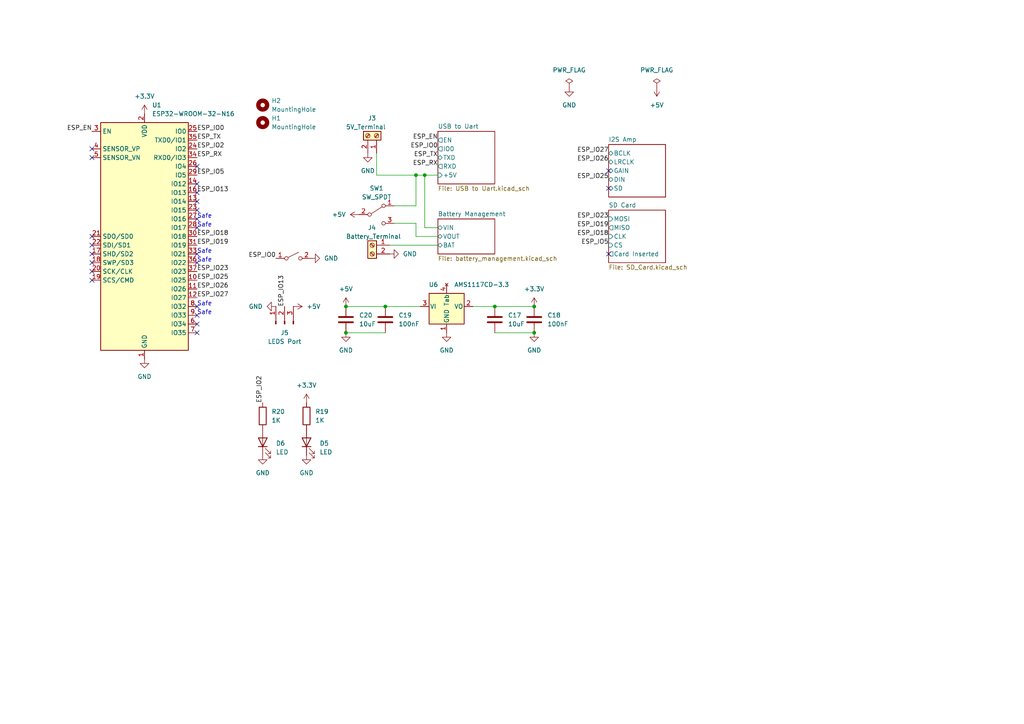
<source format=kicad_sch>
(kicad_sch (version 20230121) (generator eeschema)
  (paper "A4")
  (lib_symbols
    (symbol "Way to silence:AMS1117CD-3.3" (pin_names (offset 0.254))
      (property "Reference" "U" (at -3.81 6.35 0))
      (property "Value" "AMS1117CD-3.3" (at 2.54 6.35 0))
      (symbol "AMS1117CD-3.3_0_1"
        (rectangle (start -5.08 3.81) (end 5.08 -5.08) (stroke (width 0.254)) (fill (type background)))
      )
      (symbol "AMS1117CD-3.3_1_1"
        (pin power_in line (at 0 -7.62 90) (length 2.54) (name "GND") (number "1"))
        (pin power_out line (at 7.62 0 180) (length 2.54) (name "VO") (number "2"))
        (pin power_in line (at -7.62 0 0) (length 2.54) (name "VI") (number "3"))
        (pin no_connect line (at 0 6.35 270) (length 2.54) (name "Tab") (number "4"))
      )
    )
    (symbol "Way to silence:C" (pin_numbers hide) (pin_names (offset 0.254))
      (property "Reference" "C" (at -3.81 1.27 0))
      (property "Value" "C" (at 2.54 1.27 0))
      (symbol "C_0_1"
        (polyline (pts (xy -0.762 -2.032) (xy -0.762 2.032)) (stroke (width 0.508)))
        (polyline (pts (xy 0.762 -2.032) (xy 0.762 2.032)) (stroke (width 0.508)))
      )
      (symbol "C_1_1"
        (pin passive line (at -3.81 0 0) (length 2.794) (name "~") (number "1"))
        (pin passive line (at 3.81 0 180) (length 2.794) (name "~") (number "2"))
      )
    )
    (symbol "Way to silence:Conn_01x03_Pin" (pin_names (offset 1.016) hide)
      (property "Reference" "J" (at 0 5.08 0))
      (property "Value" "Conn_01x03_Pin" (at 0 -5.08 0))
      (symbol "Conn_01x03_Pin_1_1"
        (polyline (pts (xy 1.27 -2.54) (xy 0.8636 -2.54)) (stroke (width 0.1524)))
        (polyline (pts (xy 1.27 0) (xy 0.8636 0)) (stroke (width 0.1524)))
        (polyline (pts (xy 1.27 2.54) (xy 0.8636 2.54)) (stroke (width 0.1524)))
        (rectangle (start 0.8636 -2.413) (end 0 -2.667) (stroke (width 0.1524)) (fill (type outline)))
        (rectangle (start 0.8636 0.127) (end 0 -0.127) (stroke (width 0.1524)) (fill (type outline)))
        (rectangle (start 0.8636 2.667) (end 0 2.413) (stroke (width 0.1524)) (fill (type outline)))
        (pin passive line (at 5.08 2.54 180) (length 3.81) (name "Pin_1") (number "1"))
        (pin passive line (at 5.08 0 180) (length 3.81) (name "Pin_2") (number "2"))
        (pin passive line (at 5.08 -2.54 180) (length 3.81) (name "Pin_3") (number "3"))
      )
    )
    (symbol "Way to silence:ESP32-WROOM-32-N16"
      (property "Reference" "U" (at 0 0 0))
      (property "Value" "ESP32-WROOM-32-N16" (at 0 55.88 0))
      (symbol "ESP32-WROOM-32-N16_0_1"
        (rectangle (start -12.7 33.02) (end 12.7 -33.02) (stroke (width 0.254)) (fill (type background)))
      )
      (symbol "ESP32-WROOM-32-N16_1_1"
        (pin power_in line (at 0 -35.56 90) (length 2.54) (name "GND") (number "1"))
        (pin bidirectional line (at 15.24 -12.7 180) (length 2.54) (name "IO25") (number "10"))
        (pin bidirectional line (at 15.24 -15.24 180) (length 2.54) (name "IO26") (number "11"))
        (pin bidirectional line (at 15.24 -17.78 180) (length 2.54) (name "IO27") (number "12"))
        (pin bidirectional line (at 15.24 10.16 180) (length 2.54) (name "IO14") (number "13"))
        (pin bidirectional line (at 15.24 15.24 180) (length 2.54) (name "IO12") (number "14"))
        (pin passive line (at 0 -35.56 90) (length 2.54) hide (name "GND") (number "15"))
        (pin bidirectional line (at 15.24 12.7 180) (length 2.54) (name "IO13") (number "16"))
        (pin bidirectional line (at -15.24 -5.08 0) (length 2.54) (name "SHD/SD2") (number "17"))
        (pin bidirectional line (at -15.24 -7.62 0) (length 2.54) (name "SWP/SD3") (number "18"))
        (pin bidirectional line (at -15.24 -12.7 0) (length 2.54) (name "SCS/CMD") (number "19"))
        (pin power_in line (at 0 35.56 270) (length 2.54) (name "VDD") (number "2"))
        (pin bidirectional line (at -15.24 -10.16 0) (length 2.54) (name "SCK/CLK") (number "20"))
        (pin bidirectional line (at -15.24 0 0) (length 2.54) (name "SDO/SD0") (number "21"))
        (pin bidirectional line (at -15.24 -2.54 0) (length 2.54) (name "SDI/SD1") (number "22"))
        (pin bidirectional line (at 15.24 7.62 180) (length 2.54) (name "IO15") (number "23"))
        (pin bidirectional line (at 15.24 25.4 180) (length 2.54) (name "IO2") (number "24"))
        (pin bidirectional line (at 15.24 30.48 180) (length 2.54) (name "IO0") (number "25"))
        (pin bidirectional line (at 15.24 20.32 180) (length 2.54) (name "IO4") (number "26"))
        (pin bidirectional line (at 15.24 5.08 180) (length 2.54) (name "IO16") (number "27"))
        (pin bidirectional line (at 15.24 2.54 180) (length 2.54) (name "IO17") (number "28"))
        (pin bidirectional line (at 15.24 17.78 180) (length 2.54) (name "IO5") (number "29"))
        (pin input line (at -15.24 30.48 0) (length 2.54) (name "EN") (number "3"))
        (pin bidirectional line (at 15.24 0 180) (length 2.54) (name "IO18") (number "30"))
        (pin bidirectional line (at 15.24 -2.54 180) (length 2.54) (name "IO19") (number "31"))
        (pin no_connect line (at -12.7 -27.94 0) (length 2.54) hide (name "NC") (number "32"))
        (pin bidirectional line (at 15.24 -5.08 180) (length 2.54) (name "IO21") (number "33"))
        (pin bidirectional line (at 15.24 22.86 180) (length 2.54) (name "RXD0/IO3") (number "34"))
        (pin bidirectional line (at 15.24 27.94 180) (length 2.54) (name "TXD0/IO1") (number "35"))
        (pin bidirectional line (at 15.24 -7.62 180) (length 2.54) (name "IO22") (number "36"))
        (pin bidirectional line (at 15.24 -10.16 180) (length 2.54) (name "IO23") (number "37"))
        (pin passive line (at 0 -35.56 90) (length 2.54) hide (name "GND") (number "38"))
        (pin passive line (at 0 -35.56 90) (length 2.54) hide (name "GND") (number "39"))
        (pin input line (at -15.24 25.4 0) (length 2.54) (name "SENSOR_VP") (number "4"))
        (pin input line (at -15.24 22.86 0) (length 2.54) (name "SENSOR_VN") (number "5"))
        (pin input line (at 15.24 -25.4 180) (length 2.54) (name "IO34") (number "6"))
        (pin input line (at 15.24 -27.94 180) (length 2.54) (name "IO35") (number "7"))
        (pin bidirectional line (at 15.24 -20.32 180) (length 2.54) (name "IO32") (number "8"))
        (pin bidirectional line (at 15.24 -22.86 180) (length 2.54) (name "IO33") (number "9"))
      )
    )
    (symbol "Way to silence:LED" (pin_numbers hide) (pin_names (offset 1.016) hide)
      (property "Reference" "D" (at 0 2.54 0))
      (property "Value" "LED" (at 0 -2.54 0))
      (symbol "LED_0_1"
        (polyline (pts (xy -1.27 -1.27) (xy -1.27 1.27)) (stroke (width 0.254)))
        (polyline (pts (xy -1.27 0) (xy 1.27 0)))
        (polyline (pts (xy 1.27 -1.27) (xy 1.27 1.27) (xy -1.27 0) (xy 1.27 -1.27)) (stroke (width 0.254)))
        (polyline (pts (xy -3.048 -0.762) (xy -4.572 -2.286) (xy -3.81 -2.286) (xy -4.572 -2.286) (xy -4.572 -1.524)))
        (polyline (pts (xy -1.778 -0.762) (xy -3.302 -2.286) (xy -2.54 -2.286) (xy -3.302 -2.286) (xy -3.302 -1.524)))
      )
      (symbol "LED_1_1"
        (pin passive line (at -3.81 0 0) (length 2.54) (name "K") (number "1"))
        (pin passive line (at 3.81 0 180) (length 2.54) (name "A") (number "2"))
      )
    )
    (symbol "Way to silence:MountingHole" (pin_names (offset 1.016))
      (property "Reference" "H" (at 0 5.08 0))
      (property "Value" "MountingHole" (at 0 3.175 0))
      (symbol "MountingHole_0_1"
        (circle (center 0 0) (radius 1.27) (stroke (width 1.27)))
      )
    )
    (symbol "Way to silence:R" (pin_numbers hide) (pin_names (offset 0))
      (property "Reference" "R" (at 0 2.032 0))
      (property "Value" "R" (at 0 0 0))
      (symbol "R_0_1"
        (rectangle (start 2.54 -1.016) (end -2.54 1.016) (stroke (width 0.254)))
      )
      (symbol "R_1_1"
        (pin passive line (at -3.81 0 0) (length 1.27) (name "~") (number "1"))
        (pin passive line (at 3.81 0 180) (length 1.27) (name "~") (number "2"))
      )
    )
    (symbol "Way to silence:SW_SPDT" (pin_names (offset 0) hide)
      (property "Reference" "SW" (at 0 4.318 0))
      (property "Value" "SW_SPDT" (at 0 -5.08 0))
      (symbol "SW_SPDT_0_0"
        (circle (center -2.032 0) (radius 0.508))
        (circle (center 2.032 -2.54) (radius 0.508))
      )
      (symbol "SW_SPDT_0_1"
        (polyline (pts (xy -1.524 0.254) (xy 1.651 2.286)))
        (circle (center 2.032 2.54) (radius 0.508))
      )
      (symbol "SW_SPDT_1_1"
        (pin passive line (at 5.08 2.54 180) (length 2.54) (name "A") (number "1"))
        (pin passive line (at -5.08 0 0) (length 2.54) (name "B") (number "2"))
        (pin passive line (at 5.08 -2.54 180) (length 2.54) (name "C") (number "3"))
      )
    )
    (symbol "Way to silence:SW_SPST" (pin_names (offset 0) hide)
      (property "Reference" "SW" (at 0 3.175 0))
      (property "Value" "SW_SPST" (at 0 -2.54 0))
      (symbol "SW_SPST_0_0"
        (circle (center -2.032 0) (radius 0.508))
        (polyline (pts (xy -1.524 0.254) (xy 1.524 1.778)))
        (circle (center 2.032 0) (radius 0.508))
      )
      (symbol "SW_SPST_1_1"
        (pin passive line (at -5.08 0 0) (length 2.54) (name "A") (number "1"))
        (pin passive line (at 5.08 0 180) (length 2.54) (name "B") (number "2"))
      )
    )
    (symbol "Way to silence:Screw_Terminal_01x02" (pin_names (offset 1.016) hide)
      (property "Reference" "J" (at 0 2.54 0))
      (property "Value" "Screw_Terminal_01x02" (at 0 -5.08 0))
      (symbol "Screw_Terminal_01x02_1_1"
        (rectangle (start -1.27 1.27) (end 1.27 -3.81) (stroke (width 0.254)) (fill (type background)))
        (circle (center 0 -2.54) (radius 0.635) (stroke (width 0.1524)))
        (polyline (pts (xy -0.5334 -2.2098) (xy 0.3302 -3.048)) (stroke (width 0.1524)))
        (polyline (pts (xy -0.5334 0.3302) (xy 0.3302 -0.508)) (stroke (width 0.1524)))
        (polyline (pts (xy -0.3556 -2.032) (xy 0.508 -2.8702)) (stroke (width 0.1524)))
        (polyline (pts (xy -0.3556 0.508) (xy 0.508 -0.3302)) (stroke (width 0.1524)))
        (circle (center 0 0) (radius 0.635) (stroke (width 0.1524)))
        (pin passive line (at -5.08 -2.54 0) (length 3.81) (name "Pin_1") (number "1"))
        (pin passive line (at -5.08 0 0) (length 3.81) (name "Pin_2") (number "2"))
      )
    )
    (symbol "power:+3.3V" (power) (pin_names (offset 0))
      (property "Value" "+3.3V" (at 0 3.556 0))
      (symbol "+3.3V_0_1"
        (polyline (pts (xy -0.762 1.27) (xy 0 2.54)))
        (polyline (pts (xy 0 0) (xy 0 2.54)))
        (polyline (pts (xy 0 2.54) (xy 0.762 1.27)))
      )
      (symbol "+3.3V_1_1"
        (pin power_in line (at 0 0 90) (length 0) hide (name "+3.3V") (number "1"))
      )
    )
    (symbol "power:+5V" (power) (pin_names (offset 0))
      (property "Value" "+5V" (at 0 3.556 0))
      (symbol "+5V_0_1"
        (polyline (pts (xy -0.762 1.27) (xy 0 2.54)))
        (polyline (pts (xy 0 0) (xy 0 2.54)))
        (polyline (pts (xy 0 2.54) (xy 0.762 1.27)))
      )
      (symbol "+5V_1_1"
        (pin power_in line (at 0 0 90) (length 0) hide (name "+5V") (number "1"))
      )
    )
    (symbol "power:GND" (power) (pin_names (offset 0))
      (property "Value" "GND" (at 0 -3.81 0))
      (symbol "GND_0_1"
        (polyline (pts (xy 0 0) (xy 0 -1.27) (xy 1.27 -1.27) (xy 0 -2.54) (xy -1.27 -1.27) (xy 0 -1.27)))
      )
      (symbol "GND_1_1"
        (pin power_in line (at 0 0 270) (length 0) hide (name "GND") (number "1"))
      )
    )
    (symbol "power:PWR_FLAG" (power) (pin_numbers hide) (pin_names (offset 0) hide)
      (property "Value" "PWR_FLAG" (at 0 3.81 0))
      (symbol "PWR_FLAG_0_0"
        (pin power_out line (at 0 0 90) (length 0) (name "pwr") (number "1"))
      )
      (symbol "PWR_FLAG_0_1"
        (polyline (pts (xy 0 0) (xy 0 1.27) (xy -1.016 1.905) (xy 0 2.54) (xy 1.016 1.905) (xy 0 1.27)))
      )
    )
  )
  (junction (at 120.65 50.8))
  (junction (at 143.51 88.9))
  (junction (at 100.33 88.9))
  (junction (at 123.19 50.8))
  (junction (at 111.76 88.9))
  (junction (at 154.94 88.9))
  (junction (at 154.94 96.52))
  (junction (at 100.33 96.52))
  (no_connect (at 26.67 76.2))
  (no_connect (at 57.15 93.98))
  (no_connect (at 26.67 45.72))
  (no_connect (at 176.53 49.53))
  (no_connect (at 57.15 58.42))
  (no_connect (at 26.67 68.58))
  (no_connect (at 57.15 73.66))
  (no_connect (at 176.53 54.61))
  (no_connect (at 57.15 91.44))
  (no_connect (at 176.53 73.66))
  (no_connect (at 26.67 71.12))
  (no_connect (at 57.15 60.96))
  (no_connect (at 57.15 48.26))
  (no_connect (at 26.67 81.28))
  (no_connect (at 57.15 88.9))
  (no_connect (at 57.15 66.04))
  (no_connect (at 26.67 43.18))
  (no_connect (at 57.15 96.52))
  (no_connect (at 57.15 63.5))
  (no_connect (at 57.15 53.34))
  (no_connect (at 26.67 73.66))
  (no_connect (at 57.15 76.2))
  (no_connect (at 26.67 78.74))
  (no_connect (at 57.15 55.88))
  (wire (pts (xy 109.22 50.8) (xy 109.22 44.45)))
  (wire (pts (xy 127 68.58) (xy 120.65 68.58)))
  (wire (pts (xy 114.3 59.69) (xy 120.65 59.69)))
  (wire (pts (xy 123.19 66.04) (xy 127 66.04)))
  (wire (pts (xy 120.65 68.58) (xy 120.65 64.77)))
  (wire (pts (xy 143.51 96.52) (xy 154.94 96.52)))
  (wire (pts (xy 137.16 88.9) (xy 143.51 88.9)))
  (wire (pts (xy 120.65 50.8) (xy 123.19 50.8)))
  (wire (pts (xy 120.65 59.69) (xy 120.65 50.8)))
  (wire (pts (xy 143.51 88.9) (xy 154.94 88.9)))
  (wire (pts (xy 127 50.8) (xy 123.19 50.8)))
  (wire (pts (xy 100.33 96.52) (xy 111.76 96.52)))
  (wire (pts (xy 100.33 88.9) (xy 111.76 88.9)))
  (wire (pts (xy 113.03 71.12) (xy 127 71.12)))
  (wire (pts (xy 111.76 88.9) (xy 121.92 88.9)))
  (wire (pts (xy 123.19 50.8) (xy 123.19 66.04)))
  (wire (pts (xy 120.65 50.8) (xy 109.22 50.8)))
  (wire (pts (xy 120.65 64.77) (xy 114.3 64.77)))
  (text "Safe" (at 57.15 66.04 0) (effects (font (size 1.27 1.27)) (justify left bottom)))
  (text "Safe" (at 57.15 63.5 0) (effects (font (size 1.27 1.27)) (justify left bottom)))
  (text "Safe" (at 57.15 91.44 0) (effects (font (size 1.27 1.27)) (justify left bottom)))
  (text "Safe" (at 57.15 76.2 0) (effects (font (size 1.27 1.27)) (justify left bottom)))
  (text "Safe" (at 57.15 88.9 0) (effects (font (size 1.27 1.27)) (justify left bottom)))
  (text "Safe" (at 57.15 73.66 0) (effects (font (size 1.27 1.27)) (justify left bottom)))
  (label "ESP_EN" (at 26.67 38.1 180))
  (label "ESP_TX" (at 57.15 40.64 0))
  (label "ESP_RX" (at 127 48.26 180))
  (label "ESP_IO19" (at 57.15 71.12 0))
  (label "ESP_TX" (at 127 45.72 180))
  (label "ESP_IO25" (at 176.53 52.07 180))
  (label "ESP_IO13" (at 57.15 55.88 0))
  (label "ESP_IO0" (at 80.01 74.93 180))
  (label "ESP_IO23" (at 57.15 78.74 0))
  (label "ESP_IO18" (at 57.15 68.58 0))
  (label "ESP_IO26" (at 57.15 83.82 0))
  (label "ESP_EN" (at 127 40.64 180))
  (label "ESP_IO23" (at 176.53 63.5 180))
  (label "ESP_IO2" (at 76.2 116.84 90))
  (label "ESP_IO26" (at 176.53 46.99 180))
  (label "ESP_IO13" (at 82.55 88.9 90))
  (label "ESP_IO5" (at 176.53 71.12 180))
  (label "ESP_IO2" (at 57.15 43.18 0))
  (label "ESP_IO19" (at 176.53 66.04 180))
  (label "ESP_IO5" (at 57.15 50.8 0))
  (label "ESP_IO18" (at 176.53 68.58 180))
  (label "ESP_RX" (at 57.15 45.72 0))
  (label "ESP_IO27" (at 176.53 44.45 180))
  (label "ESP_IO27" (at 57.15 86.36 0))
  (label "ESP_IO25" (at 57.15 81.28 0))
  (label "ESP_IO0" (at 127 43.18 180))
  (label "ESP_IO0" (at 57.15 38.1 0))
  (symbol (lib_id "power:GND") (at 113.03 73.66 90) (unit 1)
    (property "Reference" "#PWR012" (effects hide))
    (property "Value" "GND" (at 116.84 73.66 90) (effects (justify right)))
  )
  (symbol (lib_id "power:+3.3V") (at 154.94 88.9 0) (unit 1)
    (property "Reference" "#PWR044" (effects hide))
    (property "Value" "+3.3V" (at 154.94 83.82 0))
  )
  (symbol (lib_id "Way to silence:ESP32-WROOM-32-N16") (at 41.91 68.58 0) (unit 1)
    (property "Reference" "U1" (at 44.1041 30.48 0) (effects (justify left)))
    (property "Value" "ESP32-WROOM-32-N16" (at 44.1041 33.02 0) (effects (justify left)))
    (property "Footprint" "Way to silence:ESP32-WROOM-32" (effects hide))
    (property "Datasheet" "https://datasheet.lcsc.com/lcsc/2304140030_Espressif-Systems-ESP32-WROOM-32-N16_C529581.pdf" (effects hide))
    (property "LCSC" "C529581" (effects hide))
  )
  (symbol (lib_id "power:GND") (at 80.01 88.9 270) (unit 1)
    (property "Reference" "#PWR050" (effects hide))
    (property "Value" "GND" (at 76.2 88.9 90) (effects (justify right)))
  )
  (symbol (lib_id "Way to silence:MountingHole") (at 76.2 30.48 0) (unit 1)
    (property "Reference" "H2" (at 78.74 29.21 0) (effects (justify left)))
    (property "Value" "MountingHole" (at 78.74 31.75 0) (effects (justify left)))
    (property "Footprint" "Way to silence:MountingHole_3.2mm_M3" (effects hide))
  )
  (symbol (lib_id "Way to silence:MountingHole") (at 76.2 35.56 0) (unit 1)
    (property "Reference" "H1" (at 78.74 34.29 0) (effects (justify left)))
    (property "Value" "MountingHole" (at 78.74 36.83 0) (effects (justify left)))
    (property "Footprint" "Way to silence:MountingHole_3.2mm_M3" (effects hide))
  )
  (symbol (lib_id "power:PWR_FLAG") (at 165.1 25.4 0) (unit 1)
    (property "Reference" "#FLG01" (effects hide))
    (property "Value" "PWR_FLAG" (at 165.1 20.32 0))
  )
  (symbol (lib_id "power:GND") (at 106.68 44.45 0) (unit 1)
    (property "Reference" "#PWR011" (effects hide))
    (property "Value" "GND" (at 106.68 49.53 0))
  )
  (symbol (lib_id "power:GND") (at 88.9 132.08 0) (unit 1)
    (property "Reference" "#PWR045" (effects hide))
    (property "Value" "GND" (at 88.9 137.16 0))
  )
  (symbol (lib_id "power:+5V") (at 104.14 62.23 90) (unit 1)
    (property "Reference" "#PWR06" (effects hide))
    (property "Value" "+5V" (at 100.33 62.23 90) (effects (justify left)))
  )
  (symbol (lib_id "power:PWR_FLAG") (at 190.5 25.4 0) (unit 1)
    (property "Reference" "#FLG03" (effects hide))
    (property "Value" "PWR_FLAG" (at 190.5 20.32 0))
  )
  (symbol (lib_id "power:+5V") (at 100.33 88.9 0) (unit 1)
    (property "Reference" "#PWR043" (effects hide))
    (property "Value" "+5V" (at 100.33 83.82 0))
  )
  (symbol (lib_id "power:+3.3V") (at 41.91 33.02 0) (unit 1)
    (property "Reference" "#PWR048" (effects hide))
    (property "Value" "+3.3V" (at 41.91 27.94 0))
  )
  (symbol (lib_id "Way to silence:R") (at 76.2 120.65 90) (unit 1)
    (property "Reference" "R20" (at 78.74 119.38 90) (effects (justify right)))
    (property "Value" "1K" (at 78.74 121.92 90) (effects (justify right)))
    (property "Footprint" "Way to silence:R_0603_1608Metric" (effects hide))
    (property "LCSC" "C21190" (effects hide))
  )
  (symbol (lib_id "power:+5V") (at 190.5 25.4 180) (unit 1)
    (property "Reference" "#PWR04" (effects hide))
    (property "Value" "+5V" (at 190.5 30.48 0))
  )
  (symbol (lib_id "power:+5V") (at 85.09 88.9 270) (unit 1)
    (property "Reference" "#PWR051" (effects hide))
    (property "Value" "+5V" (at 88.9 88.9 90) (effects (justify left)))
  )
  (symbol (lib_id "Way to silence:Conn_01x03_Pin") (at 82.55 93.98 90) (unit 1)
    (property "Reference" "J5" (at 82.55 96.52 90))
    (property "Value" "LEDS Port" (at 82.55 99.06 90))
    (property "Footprint" "Way to silence:PinHeader_1x03_P2.54mm_Vertical" (effects hide))
  )
  (symbol (lib_id "Way to silence:AMS1117CD-3.3") (at 129.54 88.9 0) (unit 1)
    (property "Reference" "U6" (at 125.73 82.55 0))
    (property "Value" "AMS1117CD-3.3" (at 139.7 82.55 0))
    (property "Footprint" "Way to silence:AMS1117CD-3.3" (effects hide))
    (property "Datasheet" "http://www.advanced-monolithic.com/pdf/ds1117.pdf" (effects hide))
    (property "LCSC" "C347222" (effects hide))
  )
  (symbol (lib_id "power:GND") (at 165.1 25.4 0) (unit 1)
    (property "Reference" "#PWR09" (effects hide))
    (property "Value" "GND" (at 165.1 30.48 0))
  )
  (symbol (lib_id "Way to silence:SW_SPDT") (at 109.22 62.23 0) (unit 1)
    (property "Reference" "SW1" (at 109.22 54.61 0))
    (property "Value" "SW_SPDT" (at 109.22 57.15 0))
    (property "Footprint" "Way to silence:SW_SPDT" (effects hide))
    (property "LCSC" "C319013" (effects hide))
  )
  (symbol (lib_id "power:GND") (at 41.91 104.14 0) (unit 1)
    (property "Reference" "#PWR047" (effects hide))
    (property "Value" "GND" (at 41.91 109.22 0))
  )
  (symbol (lib_id "Way to silence:C") (at 143.51 92.71 90) (unit 1)
    (property "Reference" "C17" (at 147.32 91.44 90) (effects (justify right)))
    (property "Value" "10uF" (at 147.32 93.98 90) (effects (justify right)))
    (property "Footprint" "Way to silence:C_0603_1608Metric" (effects hide))
    (property "LCSC" "C77041" (effects hide))
  )
  (symbol (lib_id "power:GND") (at 90.17 74.93 90) (unit 1)
    (property "Reference" "#PWR049" (effects hide))
    (property "Value" "GND" (at 93.98 74.93 90) (effects (justify right)))
  )
  (symbol (lib_id "Way to silence:LED") (at 76.2 128.27 90) (unit 1)
    (property "Reference" "D6" (at 80.01 128.5875 90) (effects (justify right)))
    (property "Value" "LED" (at 80.01 131.1275 90) (effects (justify right)))
    (property "Footprint" "Way to silence:LED_0603" (effects hide))
    (property "LCSC" "C84263" (effects hide))
  )
  (symbol (lib_id "Way to silence:LED") (at 88.9 128.27 90) (unit 1)
    (property "Reference" "D5" (at 92.71 128.5875 90) (effects (justify right)))
    (property "Value" "LED" (at 92.71 131.1275 90) (effects (justify right)))
    (property "Footprint" "Way to silence:LED_0603" (effects hide))
    (property "LCSC" "C84263" (effects hide))
  )
  (symbol (lib_id "Way to silence:C") (at 154.94 92.71 90) (unit 1)
    (property "Reference" "C18" (at 158.75 91.44 90) (effects (justify right)))
    (property "Value" "100nF" (at 158.75 93.98 90) (effects (justify right)))
    (property "Footprint" "Way to silence:C_0603_1608Metric" (effects hide))
    (property "LCSC" "C14663" (effects hide))
  )
  (symbol (lib_id "Way to silence:R") (at 88.9 120.65 90) (unit 1)
    (property "Reference" "R19" (at 91.44 119.38 90) (effects (justify right)))
    (property "Value" "1K" (at 91.44 121.92 90) (effects (justify right)))
    (property "Footprint" "Way to silence:R_0603_1608Metric" (effects hide))
    (property "LCSC" "C21190" (effects hide))
  )
  (symbol (lib_id "Way to silence:SW_SPST") (at 85.09 74.93 0) (unit 1)
    (property "Reference" "SW3" (effects hide))
    (property "Value" "SW_SPST" (effects hide))
    (property "Footprint" "Way to silence:SW_SPST" (effects hide))
    (property "LCSC" "C455280" (effects hide))
  )
  (symbol (lib_id "power:GND") (at 100.33 96.52 0) (unit 1)
    (property "Reference" "#PWR042" (effects hide))
    (property "Value" "GND" (at 100.33 101.6 0))
  )
  (symbol (lib_id "Way to silence:C") (at 100.33 92.71 90) (unit 1)
    (property "Reference" "C20" (at 104.14 91.44 90) (effects (justify right)))
    (property "Value" "10uF" (at 104.14 93.98 90) (effects (justify right)))
    (property "Footprint" "Way to silence:C_0603_1608Metric" (effects hide))
    (property "LCSC" "C77041" (effects hide))
  )
  (symbol (lib_id "power:+3.3V") (at 88.9 116.84 0) (unit 1)
    (property "Reference" "#PWR010" (effects hide))
    (property "Value" "+3.3V" (at 88.9 111.76 0))
  )
  (symbol (lib_id "Way to silence:C") (at 111.76 92.71 90) (unit 1)
    (property "Reference" "C19" (at 115.57 91.44 90) (effects (justify right)))
    (property "Value" "100nF" (at 115.57 93.98 90) (effects (justify right)))
    (property "Footprint" "Way to silence:C_0603_1608Metric" (effects hide))
    (property "LCSC" "C14663" (effects hide))
  )
  (symbol (lib_id "power:GND") (at 76.2 132.08 0) (unit 1)
    (property "Reference" "#PWR046" (effects hide))
    (property "Value" "GND" (at 76.2 137.16 0))
  )
  (symbol (lib_id "power:GND") (at 154.94 96.52 0) (unit 1)
    (property "Reference" "#PWR024" (effects hide))
    (property "Value" "GND" (at 154.94 101.6 0))
  )
  (symbol (lib_id "Way to silence:Screw_Terminal_01x02") (at 107.95 73.66 180) (unit 1)
    (property "Reference" "J4" (at 106.68 66.04 0) (effects (justify right)))
    (property "Value" "Battery_Terminal" (at 100.33 68.58 0) (effects (justify right)))
    (property "Footprint" "Way to silence:Screw_Terminal_3.5" (effects hide))
    (property "LCSC" "C784942" (effects hide))
  )
  (symbol (lib_id "Way to silence:Screw_Terminal_01x02") (at 106.68 39.37 90) (unit 1)
    (property "Reference" "J3" (at 106.68 34.29 90) (effects (justify right)))
    (property "Value" "5V_Terminal" (at 100.33 36.83 90) (effects (justify right)))
    (property "Footprint" "Way to silence:Screw_Terminal_3.5" (effects hide))
    (property "LCSC" "C784942" (effects hide))
  )
  (symbol (lib_id "power:GND") (at 129.54 96.52 0) (unit 1)
    (property "Reference" "#PWR013" (effects hide))
    (property "Value" "GND" (at 129.54 101.6 0))
  )
  (sheet (at 176.53 41.91) (size 16.51 15.24) (stroke (width 0.1524))
    (property "Sheetname" "I2S Amp" (at 176.53 41.1984 0) (effects (justify left bottom)))
    (property "Sheetfile" "I2SAmp.kicad_sch" (effects hide))
    (pin "BCLK" bidirectional (at 176.53 44.45 180))
    (pin "LRCLK" bidirectional (at 176.53 46.99 180))
    (pin "GAIN" bidirectional (at 176.53 49.53 180))
    (pin "DIN" bidirectional (at 176.53 52.07 180))
    (pin "SD" bidirectional (at 176.53 54.61 180))
  )
  (sheet (at 176.53 60.96) (size 16.51 15.24) (stroke (width 0.1524))
    (property "Sheetname" "SD Card" (at 176.53 60.2484 0) (effects (justify left bottom)))
    (property "Sheetfile" "SD_Card.kicad_sch" (at 176.53 76.7846 0) (effects (justify left top)))
    (pin "MISO" output (at 176.53 66.04 180))
    (pin "Card Inserted" output (at 176.53 73.66 180))
    (pin "CS" input (at 176.53 71.12 180))
    (pin "CLK" input (at 176.53 68.58 180))
    (pin "MOSI" input (at 176.53 63.5 180))
  )
  (sheet (at 127 38.1) (size 16.51 15.24) (stroke (width 0.1524))
    (property "Sheetname" "USB to Uart" (at 127 37.3884 0) (effects (justify left bottom)))
    (property "Sheetfile" "USB to Uart.kicad_sch" (at 127 53.9246 0) (effects (justify left top)))
    (pin "EN" output (at 127 40.64 180))
    (pin "IO0" output (at 127 43.18 180))
    (pin "TXD" bidirectional (at 127 45.72 180))
    (pin "RXD" output (at 127 48.26 180))
    (pin "+5V" input (at 127 50.8 180))
  )
  (sheet (at 127 63.5) (size 16.51 10.16) (stroke (width 0.1524))
    (property "Sheetname" "Battery Management" (at 127 62.7884 0) (effects (justify left bottom)))
    (property "Sheetfile" "battery_management.kicad_sch" (at 127 74.2446 0) (effects (justify left top)))
    (pin "VIN" bidirectional (at 127 66.04 180))
    (pin "VOUT" bidirectional (at 127 68.58 180))
    (pin "BAT" bidirectional (at 127 71.12 180))
  )
)
</source>
